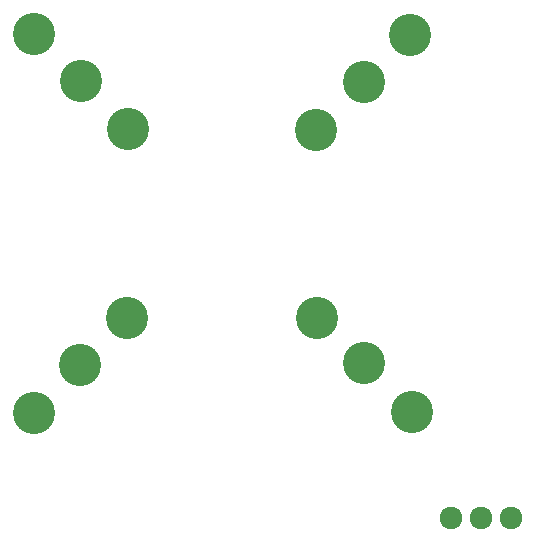
<source format=gbr>
G04 #@! TF.FileFunction,Soldermask,Bot*
%FSLAX46Y46*%
G04 Gerber Fmt 4.6, Leading zero omitted, Abs format (unit mm)*
G04 Created by KiCad (PCBNEW 4.0.6) date 05/07/17 21:00:14*
%MOMM*%
%LPD*%
G01*
G04 APERTURE LIST*
%ADD10C,0.100000*%
%ADD11C,2.940000*%
%ADD12C,3.575000*%
%ADD13C,1.924000*%
G04 APERTURE END LIST*
D10*
D11*
X225707100Y-117285900D03*
D12*
X225707100Y-117285900D03*
D11*
X249703100Y-117110900D03*
D12*
X249703100Y-117110900D03*
D11*
X249700100Y-93294900D03*
D12*
X249700100Y-93294900D03*
D11*
X225779100Y-93237900D03*
D12*
X225779100Y-93237900D03*
D11*
X245730100Y-113257900D03*
D12*
X245730100Y-113257900D03*
D11*
X229670100Y-113285900D03*
D12*
X229670100Y-113285900D03*
D11*
X245697100Y-97322900D03*
D12*
X245697100Y-97322900D03*
D11*
X229771100Y-97283900D03*
D12*
X229771100Y-97283900D03*
D11*
X253761100Y-121206900D03*
D12*
X253761100Y-121206900D03*
D11*
X221799100Y-121302900D03*
D12*
X221799100Y-121302900D03*
D11*
X253667100Y-89292900D03*
D12*
X253667100Y-89292900D03*
D11*
X221779100Y-89231900D03*
D12*
X221779100Y-89231900D03*
D13*
X262165100Y-130188900D03*
X259625100Y-130188900D03*
X257085100Y-130188900D03*
M02*

</source>
